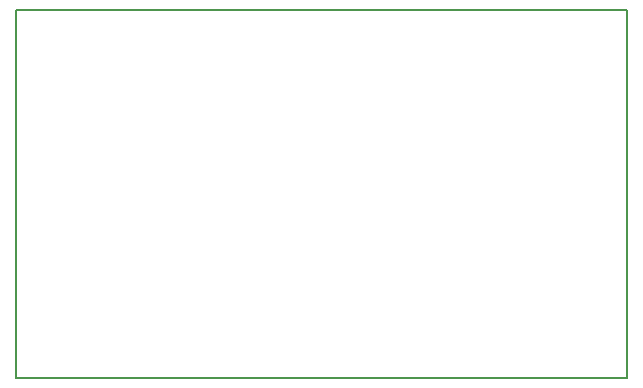
<source format=gbr>
%TF.GenerationSoftware,KiCad,Pcbnew,7.0.9*%
%TF.CreationDate,2023-11-12T11:40:10+01:00*%
%TF.ProjectId,CO2-PwrSupply,434f322d-5077-4725-9375-70706c792e6b,1.1*%
%TF.SameCoordinates,Original*%
%TF.FileFunction,Profile,NP*%
%FSLAX46Y46*%
G04 Gerber Fmt 4.6, Leading zero omitted, Abs format (unit mm)*
G04 Created by KiCad (PCBNEW 7.0.9) date 2023-11-12 11:40:10*
%MOMM*%
%LPD*%
G01*
G04 APERTURE LIST*
%TA.AperFunction,Profile*%
%ADD10C,0.150000*%
%TD*%
G04 APERTURE END LIST*
D10*
X43307000Y-19558000D02*
X94996000Y-19558000D01*
X94996000Y-50673000D01*
X43307000Y-50673000D01*
X43307000Y-19558000D01*
M02*

</source>
